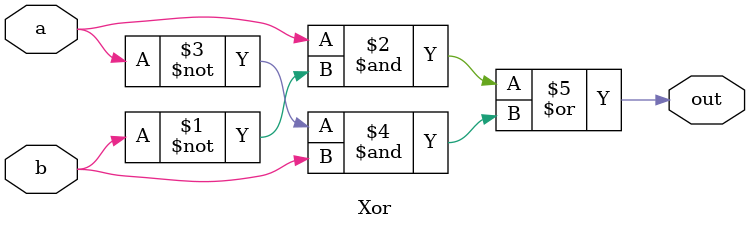
<source format=v>
module Xor(a,b,out);

    input a,b;
    output out;

    assign out = (a & ~b) | (~a & b);

endmodule
</source>
